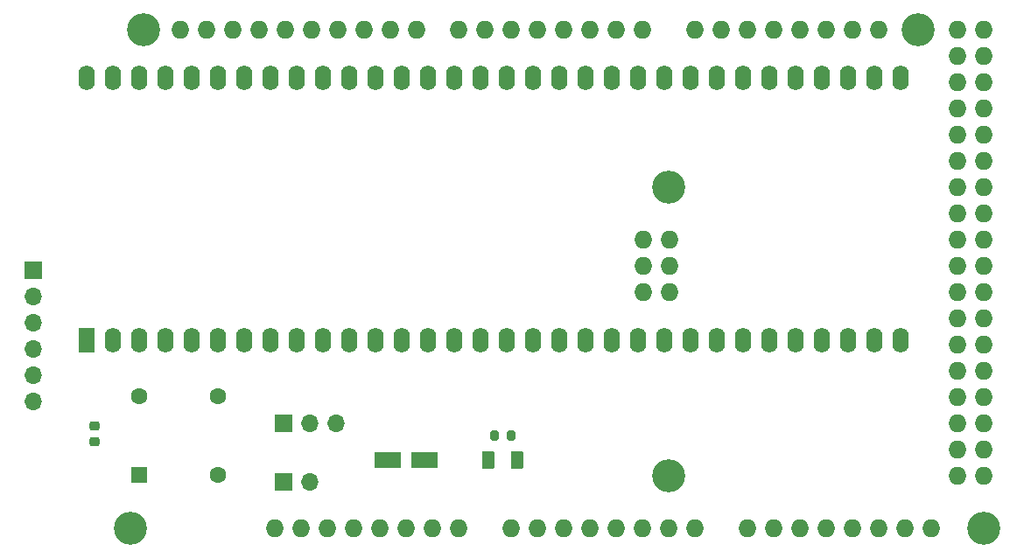
<source format=gbr>
%TF.GenerationSoftware,KiCad,Pcbnew,(6.0.2)*%
%TF.CreationDate,2022-07-18T22:22:09-07:00*%
%TF.ProjectId,Mega68k,4d656761-3638-46b2-9e6b-696361645f70,rev?*%
%TF.SameCoordinates,Original*%
%TF.FileFunction,Soldermask,Top*%
%TF.FilePolarity,Negative*%
%FSLAX46Y46*%
G04 Gerber Fmt 4.6, Leading zero omitted, Abs format (unit mm)*
G04 Created by KiCad (PCBNEW (6.0.2)) date 2022-07-18 22:22:09*
%MOMM*%
%LPD*%
G01*
G04 APERTURE LIST*
G04 Aperture macros list*
%AMRoundRect*
0 Rectangle with rounded corners*
0 $1 Rounding radius*
0 $2 $3 $4 $5 $6 $7 $8 $9 X,Y pos of 4 corners*
0 Add a 4 corners polygon primitive as box body*
4,1,4,$2,$3,$4,$5,$6,$7,$8,$9,$2,$3,0*
0 Add four circle primitives for the rounded corners*
1,1,$1+$1,$2,$3*
1,1,$1+$1,$4,$5*
1,1,$1+$1,$6,$7*
1,1,$1+$1,$8,$9*
0 Add four rect primitives between the rounded corners*
20,1,$1+$1,$2,$3,$4,$5,0*
20,1,$1+$1,$4,$5,$6,$7,0*
20,1,$1+$1,$6,$7,$8,$9,0*
20,1,$1+$1,$8,$9,$2,$3,0*%
G04 Aperture macros list end*
%ADD10R,1.700000X1.700000*%
%ADD11O,1.700000X1.700000*%
%ADD12O,1.727200X1.727200*%
%ADD13C,3.200000*%
%ADD14RoundRect,0.250000X-1.050000X-0.550000X1.050000X-0.550000X1.050000X0.550000X-1.050000X0.550000X0*%
%ADD15R,1.600000X1.600000*%
%ADD16C,1.600000*%
%ADD17RoundRect,0.250000X0.375000X0.625000X-0.375000X0.625000X-0.375000X-0.625000X0.375000X-0.625000X0*%
%ADD18RoundRect,0.200000X0.200000X0.275000X-0.200000X0.275000X-0.200000X-0.275000X0.200000X-0.275000X0*%
%ADD19RoundRect,0.225000X-0.250000X0.225000X-0.250000X-0.225000X0.250000X-0.225000X0.250000X0.225000X0*%
%ADD20O,1.600000X2.400000*%
%ADD21R,1.600000X2.400000*%
G04 APERTURE END LIST*
D10*
%TO.C,J3*%
X52806600Y-83972400D03*
D11*
X52806600Y-86512400D03*
X52806600Y-89052400D03*
X52806600Y-91592400D03*
X52806600Y-94132400D03*
X52806600Y-96672400D03*
%TD*%
D12*
%TO.C,XA1*%
X111836200Y-86080600D03*
X114376200Y-86080600D03*
X114376200Y-83540600D03*
X111836200Y-83540600D03*
X114376200Y-81000600D03*
X99009200Y-108940600D03*
X93929200Y-108940600D03*
X91389200Y-108940600D03*
X88849200Y-108940600D03*
X86309200Y-108940600D03*
X83769200Y-108940600D03*
X81229200Y-108940600D03*
X78689200Y-108940600D03*
X134569200Y-60680600D03*
X132029200Y-60680600D03*
X129489200Y-60680600D03*
X126949200Y-60680600D03*
X124409200Y-60680600D03*
X121869200Y-60680600D03*
X119329200Y-60680600D03*
X116789200Y-60680600D03*
X111709200Y-60680600D03*
X109169200Y-60680600D03*
X106629200Y-60680600D03*
X104089200Y-60680600D03*
X101549200Y-60680600D03*
X99009200Y-60680600D03*
X96469200Y-60680600D03*
X93929200Y-60680600D03*
X74625200Y-60680600D03*
X89865200Y-60680600D03*
X87325200Y-60680600D03*
X84785200Y-60680600D03*
D13*
X114249200Y-103860600D03*
X114249200Y-75920600D03*
X138379200Y-60680600D03*
X63449200Y-60680600D03*
X144729200Y-108940600D03*
X62179200Y-108940600D03*
D12*
X67005200Y-60680600D03*
X69545200Y-60680600D03*
X72085200Y-60680600D03*
X77165200Y-60680600D03*
X79705200Y-60680600D03*
X82245200Y-60680600D03*
X76149200Y-108940600D03*
X101549200Y-108940600D03*
X104089200Y-108940600D03*
X106629200Y-108940600D03*
X109169200Y-108940600D03*
X111709200Y-108940600D03*
X114249200Y-108940600D03*
X116789200Y-108940600D03*
X121869200Y-108940600D03*
X124409200Y-108940600D03*
X126949200Y-108940600D03*
X129489200Y-108940600D03*
X132029200Y-108940600D03*
X134569200Y-108940600D03*
X137109200Y-108940600D03*
X139649200Y-108940600D03*
X142189200Y-60680600D03*
X144729200Y-60680600D03*
X142189200Y-63220600D03*
X144729200Y-63220600D03*
X142189200Y-65760600D03*
X144729200Y-65760600D03*
X142189200Y-68300600D03*
X144729200Y-68300600D03*
X142189200Y-70840600D03*
X144729200Y-70840600D03*
X142189200Y-73380600D03*
X144729200Y-73380600D03*
X142189200Y-75920600D03*
X144729200Y-75920600D03*
X142189200Y-78460600D03*
X144729200Y-78460600D03*
X142189200Y-81000600D03*
X144729200Y-81000600D03*
X142189200Y-83540600D03*
X144729200Y-83540600D03*
X142189200Y-86080600D03*
X144729200Y-86080600D03*
X142189200Y-88620600D03*
X144729200Y-88620600D03*
X142189200Y-91160600D03*
X144729200Y-91160600D03*
X142189200Y-93700600D03*
X144729200Y-93700600D03*
X142189200Y-96240600D03*
X144729200Y-96240600D03*
X142189200Y-98780600D03*
X144729200Y-98780600D03*
X142189200Y-101320600D03*
X144729200Y-101320600D03*
X142189200Y-103860600D03*
X144729200Y-103860600D03*
X111836200Y-81000600D03*
%TD*%
D14*
%TO.C,C1*%
X87100000Y-102362000D03*
X90700000Y-102362000D03*
%TD*%
D10*
%TO.C,J2*%
X77053200Y-104444800D03*
D11*
X79593200Y-104444800D03*
%TD*%
D15*
%TO.C,X1*%
X63017400Y-103804200D03*
D16*
X70637400Y-103804200D03*
X70637400Y-96184200D03*
X63017400Y-96184200D03*
%TD*%
D10*
%TO.C,J1*%
X77053200Y-98780600D03*
D11*
X79593200Y-98780600D03*
X82133200Y-98780600D03*
%TD*%
D17*
%TO.C,D1*%
X99621800Y-102362000D03*
X96821800Y-102362000D03*
%TD*%
D18*
%TO.C,R1*%
X99046800Y-99974400D03*
X97396800Y-99974400D03*
%TD*%
D19*
%TO.C,C3*%
X58750200Y-99047000D03*
X58750200Y-100597000D03*
%TD*%
D20*
%TO.C,U1*%
X57983200Y-65328800D03*
X60523200Y-65328800D03*
X63063200Y-65328800D03*
X65603200Y-65328800D03*
X68143200Y-65328800D03*
X70683200Y-65328800D03*
X73223200Y-65328800D03*
X75763200Y-65328800D03*
X78303200Y-65328800D03*
X80843200Y-65328800D03*
X83383200Y-65328800D03*
X85923200Y-65328800D03*
X88463200Y-65328800D03*
X91003200Y-65328800D03*
X93543200Y-65328800D03*
X96083200Y-65328800D03*
X98623200Y-65328800D03*
X101163200Y-65328800D03*
X103703200Y-65328800D03*
X106243200Y-65328800D03*
X108783200Y-65328800D03*
X111323200Y-65328800D03*
X113863200Y-65328800D03*
X116403200Y-65328800D03*
X118943200Y-65328800D03*
X121483200Y-65328800D03*
X124023200Y-65328800D03*
X126563200Y-65328800D03*
X129103200Y-65328800D03*
X131643200Y-65328800D03*
X134183200Y-65328800D03*
X136723200Y-65328800D03*
X136723200Y-90728800D03*
X134183200Y-90728800D03*
X131643200Y-90728800D03*
X129103200Y-90728800D03*
X126563200Y-90728800D03*
X124023200Y-90728800D03*
X121483200Y-90728800D03*
X118943200Y-90728800D03*
X116403200Y-90728800D03*
X113863200Y-90728800D03*
X111323200Y-90728800D03*
X108783200Y-90728800D03*
X106243200Y-90728800D03*
X103703200Y-90728800D03*
X101163200Y-90728800D03*
X98623200Y-90728800D03*
X96083200Y-90728800D03*
X93543200Y-90728800D03*
X91003200Y-90728800D03*
X88463200Y-90728800D03*
X85923200Y-90728800D03*
X83383200Y-90728800D03*
X80843200Y-90728800D03*
X78303200Y-90728800D03*
X75763200Y-90728800D03*
X73223200Y-90728800D03*
X70683200Y-90728800D03*
X68143200Y-90728800D03*
X65603200Y-90728800D03*
X63063200Y-90728800D03*
X60523200Y-90728800D03*
D21*
X57983200Y-90728800D03*
%TD*%
M02*

</source>
